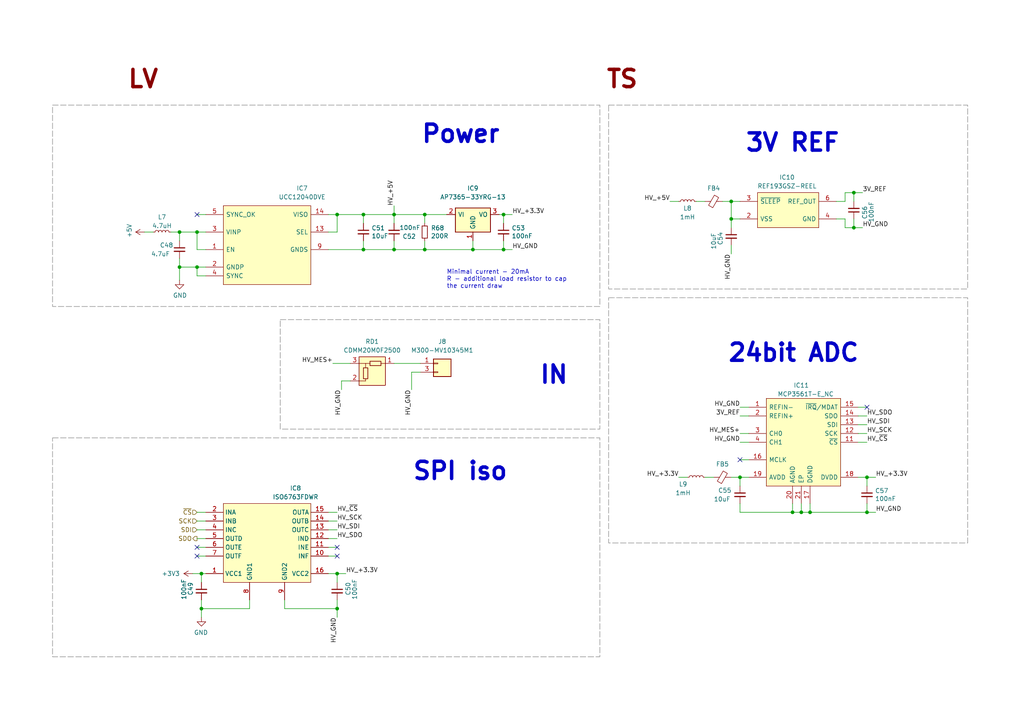
<source format=kicad_sch>
(kicad_sch (version 20231120) (generator "eeschema") (generator_version "8.0")
  (paper "A4")
  (lib_symbols
    (symbol "AP7365-33YRG-13:AP7365-33YRG-13" (pin_names (offset 0.762))
      (property "Reference" "IC" (at 21.59 22.86 0))
      (property "Value" "AP7365-33YRG-13" (at 21.59 20.32 0))
      (symbol "AP7365-33YRG-13_0_1"
        (rectangle (start -5.08 3.175) (end 5.08 -3.81) (stroke (width 0.254)) (fill (type background)))
      )
      (symbol "AP7365-33YRG-13_1_1"
        (pin power_in line (at 0 -6.35 90) (length 2.54) (name "GND") (number "1"))
        (pin power_in line (at -7.62 1.27 0) (length 2.54) (name "VI") (number "2"))
        (pin power_out line (at 7.62 1.27 180) (length 2.54) (name "VO") (number "3"))
      )
    )
    (symbol "CDMM:CDMM2M50D4000DET" (pin_names (offset 0))
      (property "Reference" "RD" (at 0 5.715 0))
      (symbol "CDMM2M50D4000DET_0_1"
        (rectangle (start -2.54 3.175) (end 0.635 1.905) (stroke (width 0.2032)))
        (polyline (pts (xy 1.905 -2.54) (xy 3.81 -2.54)))
        (polyline (pts (xy 1.905 2.54) (xy 3.81 2.54)))
        (polyline (pts (xy 0.635 2.54) (xy 1.905 2.54) (xy 1.905 1.27)))
        (rectangle (start 1.27 1.27) (end 2.54 -1.905) (stroke (width 0.2032)))
      )
      (symbol "CDMM2M50D4000DET_1_1"
        (rectangle (start -3.81 4.445) (end 3.81 -3.81) (stroke (width 0.2032)) (fill (type background)))
        (polyline (pts (xy -2.54 2.54) (xy -3.81 2.54)))
        (polyline (pts (xy 1.905 -1.905) (xy 1.905 -2.54)))
        (pin power_in line (at -6.35 2.54 0) (length 2.54) (name "~") (number "1"))
        (pin power_out line (at 6.35 -2.54 180) (length 2.54) (name "~") (number "2"))
        (pin output line (at 6.35 2.54 180) (length 2.54) (name "~") (number "3"))
      )
    )
    (symbol "Device:C_Small" (pin_numbers hide) (pin_names (offset 0.254) hide)
      (property "Reference" "C" (at 0.254 1.778 0))
      (property "Value" "C_Small" (at 0.254 -2.032 0))
      (symbol "C_Small_0_1"
        (polyline (pts (xy -1.524 -0.508) (xy 1.524 -0.508)) (stroke (width 0.3302)))
        (polyline (pts (xy -1.524 0.508) (xy 1.524 0.508)) (stroke (width 0.3048)))
      )
      (symbol "C_Small_1_1"
        (pin passive line (at 0 2.54 270) (length 2.032) (name "~") (number "1"))
        (pin passive line (at 0 -2.54 90) (length 2.032) (name "~") (number "2"))
      )
    )
    (symbol "Device:Ferrite_Bead_Small" (pin_numbers hide) (pin_names (offset 0))
      (property "Reference" "FB" (at 1.905 1.27 0))
      (property "Value" "Device_Ferrite_Bead_Small" (at 1.905 -1.27 0))
      (symbol "Ferrite_Bead_Small_0_1"
        (polyline (pts (xy 0 -1.27) (xy 0 -0.7874)))
        (polyline (pts (xy 0 0.889) (xy 0 1.2954)))
        (polyline (pts (xy -1.8288 0.2794) (xy -1.1176 1.4986) (xy 1.8288 -0.2032) (xy 1.1176 -1.4224) (xy -1.8288 0.2794)))
      )
      (symbol "Ferrite_Bead_Small_1_1"
        (pin passive line (at 0 2.54 270) (length 1.27) (name "~") (number "1"))
        (pin passive line (at 0 -2.54 90) (length 1.27) (name "~") (number "2"))
      )
    )
    (symbol "Device:L_Small" (pin_numbers hide) (pin_names (offset 0.254) hide)
      (property "Reference" "L" (at 0.762 1.016 0))
      (property "Value" "L_Small" (at 0.762 -1.016 0))
      (symbol "L_Small_0_1"
        (arc (start 0 -2.032) (mid 0.5058 -1.524) (end 0 -1.016))
        (arc (start 0 -1.016) (mid 0.5058 -0.508) (end 0 0))
        (arc (start 0 0) (mid 0.5058 0.508) (end 0 1.016))
        (arc (start 0 1.016) (mid 0.5058 1.524) (end 0 2.032))
      )
      (symbol "L_Small_1_1"
        (pin passive line (at 0 2.54 270) (length 0.508) (name "~") (number "1"))
        (pin passive line (at 0 -2.54 90) (length 0.508) (name "~") (number "2"))
      )
    )
    (symbol "Device:R_Small" (pin_numbers hide) (pin_names (offset 0.254) hide)
      (property "Reference" "R" (at 0.762 0.508 0))
      (property "Value" "R_Small" (at 0.762 -1.016 0))
      (symbol "R_Small_0_1"
        (rectangle (start -0.762 1.778) (end 0.762 -1.778) (stroke (width 0.2032)))
      )
      (symbol "R_Small_1_1"
        (pin passive line (at 0 2.54 270) (length 0.762) (name "~") (number "1"))
        (pin passive line (at 0 -2.54 90) (length 0.762) (name "~") (number "2"))
      )
    )
    (symbol "ISO6763FDWR:ISO6763FDWR"
      (property "Reference" "IC" (at -6.35 16.51 0))
      (property "Value" "ISO6763FDWR" (at -6.35 13.97 0))
      (symbol "ISO6763FDWR_1_1"
        (polyline (pts (xy -12.7 11.43) (xy 12.7 11.43) (xy 12.7 -11.43) (xy -12.7 -11.43) (xy -12.7 11.43)) (stroke (width 0.1524)) (fill (type background)))
        (pin passive line (at -17.78 -8.89 0) (length 5.08) (name "VCC1") (number "1"))
        (pin passive line (at 17.78 -3.81 180) (length 5.08) (name "INF") (number "10"))
        (pin passive line (at 17.78 -1.27 180) (length 5.08) (name "INE") (number "11"))
        (pin passive line (at 17.78 1.27 180) (length 5.08) (name "IND") (number "12"))
        (pin passive line (at 17.78 3.81 180) (length 5.08) (name "OUTC") (number "13"))
        (pin passive line (at 17.78 6.35 180) (length 5.08) (name "OUTB") (number "14"))
        (pin passive line (at 17.78 8.89 180) (length 5.08) (name "OUTA") (number "15"))
        (pin passive line (at 17.78 -8.89 180) (length 5.08) (name "VCC2") (number "16"))
        (pin passive line (at -17.78 8.89 0) (length 5.08) (name "INA") (number "2"))
        (pin passive line (at -17.78 6.35 0) (length 5.08) (name "INB") (number "3"))
        (pin passive line (at -17.78 3.81 0) (length 5.08) (name "INC") (number "4"))
        (pin passive line (at -17.78 1.27 0) (length 5.08) (name "OUTD") (number "5"))
        (pin passive line (at -17.78 -1.27 0) (length 5.08) (name "OUTE") (number "6"))
        (pin passive line (at -17.78 -3.81 0) (length 5.08) (name "OUTF") (number "7"))
        (pin passive line (at -5.08 -16.51 90) (length 5.08) (name "GND1") (number "8"))
        (pin passive line (at 5.08 -16.51 90) (length 5.08) (name "GND2") (number "9"))
      )
    )
    (symbol "M300-MV10345M1:M300-MV10345M1"
      (property "Reference" "J" (at 0 7.62 0))
      (property "Value" "M300-MV10345M1" (at 0 5.08 0))
      (symbol "M300-MV10345M1_1_1"
        (rectangle (start -2.54 -2.54) (end 2.54 2.54) (stroke (width 0.254)) (fill (type background)))
        (rectangle (start -1.27 -1.397) (end -2.54 -1.143) (stroke (width 0.1524)))
        (rectangle (start -1.27 1.143) (end -2.54 1.397) (stroke (width 0.1524)))
        (pin passive line (at -6.35 1.27 0) (length 3.81) (name "") (number "1"))
        (pin passive line (at -6.35 -1.27 0) (length 3.81) (name "") (number "3"))
      )
    )
    (symbol "MCP3561T-E_NC:MCP3561T-E_NC" (pin_names (offset 0.762))
      (property "Reference" "IC2" (at 16.51 8.255 0))
      (property "Value" "MCP3561T-E_NC" (at 1.27 15.24 0))
      (symbol "MCP3561T-E_NC_0_0"
        (pin passive line (at -15.24 11.43 0) (length 5.08) (name "REFIN-") (number "1"))
        (pin passive line (at 16.51 1.27 180) (length 5.08) (name "~{CS}") (number "11"))
        (pin passive line (at 16.51 3.81 180) (length 5.08) (name "SCK") (number "12"))
        (pin passive line (at 16.51 6.35 180) (length 5.08) (name "SDI") (number "13"))
        (pin passive line (at 16.51 8.89 180) (length 5.08) (name "SDO") (number "14"))
        (pin passive line (at 16.51 11.43 180) (length 5.08) (name "~{IRQ}/MDAT") (number "15"))
        (pin passive line (at -15.24 -3.81 0) (length 5.08) (name "MCLK") (number "16"))
        (pin passive line (at 2.54 -16.51 90) (length 5.08) (name "DGND") (number "17"))
        (pin passive line (at 16.51 -8.89 180) (length 5.08) (name "DVDD") (number "18"))
        (pin passive line (at -15.24 -8.89 0) (length 5.08) (name "AVDD") (number "19"))
        (pin passive line (at -15.24 8.89 0) (length 5.08) (name "REFIN+") (number "2"))
        (pin passive line (at -2.54 -16.51 90) (length 5.08) (name "AGND") (number "20"))
        (pin passive line (at 0 -16.51 90) (length 5.08) (name "EP") (number "21"))
        (pin passive line (at -15.24 3.81 0) (length 5.08) (name "CH0") (number "3"))
        (pin passive line (at -15.24 1.27 0) (length 5.08) (name "CH1") (number "4"))
      )
      (symbol "MCP3561T-E_NC_0_1"
        (polyline (pts (xy -10.16 13.97) (xy 11.43 13.97) (xy 11.43 -11.43) (xy -10.16 -11.43) (xy -10.16 13.97)) (stroke (width 0.1524)) (fill (type background)))
      )
    )
    (symbol "REF196GSZ-REEL:REF196GSZ-REEL" (pin_names (offset 0.762))
      (property "Reference" "IC9" (at -0.3175 9.525 0))
      (property "Value" "REF193GSZ-REEL" (at -0.3175 6.985 0))
      (symbol "REF196GSZ-REEL_0_0"
        (pin passive line (at -13.97 -2.54 0) (length 5.08) (name "VSS") (number "2"))
        (pin passive line (at -13.97 2.54 0) (length 5.08) (name "~{SLEEP}") (number "3"))
        (pin passive line (at 13.97 -2.54 180) (length 5.08) (name "GND") (number "4"))
        (pin passive line (at 13.97 2.54 180) (length 5.08) (name "REF_OUT") (number "6"))
      )
      (symbol "REF196GSZ-REEL_0_1"
        (polyline (pts (xy -8.89 5.08) (xy 8.89 5.08) (xy 8.89 -5.08) (xy -8.89 -5.08) (xy -8.89 5.08)) (stroke (width 0.1524)) (fill (type background)))
      )
    )
    (symbol "Samacsys2:UCC12040DVE" (pin_names (offset 0.762))
      (property "Reference" "IC7" (at 10.16 16.51 0))
      (property "Value" "UCC12040DVE" (at 10.16 13.97 0))
      (symbol "UCC12040DVE_0_0"
        (pin passive line (at -17.78 -1.27 0) (length 5.08) (name "EN") (number "1"))
        (pin passive line (at 17.78 3.81 180) (length 5.08) (name "SEL") (number "13"))
        (pin passive line (at 17.78 8.89 180) (length 5.08) (name "VISO") (number "14"))
        (pin passive line (at -17.78 -6.35 0) (length 5.08) (name "GNDP") (number "2"))
        (pin passive line (at -17.78 3.81 0) (length 5.08) (name "VINP") (number "3"))
        (pin passive line (at -17.78 -8.89 0) (length 5.08) (name "SYNC") (number "4"))
        (pin passive line (at -17.78 8.89 0) (length 5.08) (name "SYNC_OK") (number "5"))
      )
      (symbol "UCC12040DVE_1_0"
        (pin passive line (at 17.78 -1.27 180) (length 5.08) hide (name "NCS") (number "10"))
        (pin passive line (at 17.78 -1.27 180) (length 5.08) hide (name "NCS") (number "11"))
        (pin passive line (at 17.78 -1.27 180) (length 5.08) hide (name "NCS") (number "12"))
        (pin passive line (at 17.78 -1.27 180) (length 5.08) hide (name "GNDS") (number "15"))
        (pin passive line (at 17.78 -1.27 180) (length 5.08) hide (name "GNDS") (number "16"))
        (pin passive line (at -17.78 -6.35 0) (length 5.08) hide (name "NC") (number "6"))
        (pin passive line (at -17.78 -6.35 0) (length 5.08) hide (name "NC") (number "7"))
        (pin passive line (at -17.78 -6.35 0) (length 5.08) hide (name "NC") (number "8"))
        (pin passive line (at 17.78 -1.27 180) (length 5.08) (name "GNDS") (number "9"))
      )
      (symbol "UCC12040DVE_1_1"
        (polyline (pts (xy -12.7 11.43) (xy 12.7 11.43) (xy 12.7 -11.43) (xy -12.7 -11.43) (xy -12.7 11.43)) (stroke (width 0.1524)) (fill (type background)))
      )
    )
    (symbol "power:+3.3V" (power) (pin_names (offset 0))
      (property "Value" "+3.3V" (at 0 3.556 0))
      (symbol "+3.3V_0_1"
        (polyline (pts (xy -0.762 1.27) (xy 0 2.54)))
        (polyline (pts (xy 0 0) (xy 0 2.54)))
        (polyline (pts (xy 0 2.54) (xy 0.762 1.27)))
      )
      (symbol "+3.3V_1_1"
        (pin power_in line (at 0 0 90) (length 0) hide (name "+3V3") (number "1"))
      )
    )
    (symbol "power:+5V" (power) (pin_names (offset 0))
      (property "Value" "+5V" (at 0 3.556 0))
      (symbol "+5V_0_1"
        (polyline (pts (xy -0.762 1.27) (xy 0 2.54)))
        (polyline (pts (xy 0 0) (xy 0 2.54)))
        (polyline (pts (xy 0 2.54) (xy 0.762 1.27)))
      )
      (symbol "+5V_1_1"
        (pin power_in line (at 0 0 90) (length 0) hide (name "+5V") (number "1"))
      )
    )
    (symbol "power:GND" (power) (pin_names (offset 0))
      (property "Value" "GND" (at 0 -3.81 0))
      (symbol "GND_0_1"
        (polyline (pts (xy 0 0) (xy 0 -1.27) (xy 1.27 -1.27) (xy 0 -2.54) (xy -1.27 -1.27) (xy 0 -1.27)))
      )
      (symbol "GND_1_1"
        (pin power_in line (at 0 0 270) (length 0) hide (name "GND") (number "1"))
      )
    )
  )
  (junction (at 57.15 67.31))
  (junction (at 146.05 72.39))
  (junction (at 114.3 62.23))
  (junction (at 58.42 166.37))
  (junction (at 247.65 55.88))
  (junction (at 234.95 148.59))
  (junction (at 123.19 72.39))
  (junction (at 212.09 63.5))
  (junction (at 232.41 148.59))
  (junction (at 105.41 72.39))
  (junction (at 114.3 72.39))
  (junction (at 97.79 166.37))
  (junction (at 229.87 148.59))
  (junction (at 97.79 176.53))
  (junction (at 52.07 67.31))
  (junction (at 105.41 62.23))
  (junction (at 251.46 148.59))
  (junction (at 137.16 72.39))
  (junction (at 212.09 58.42))
  (junction (at 146.05 62.23))
  (junction (at 251.46 138.43))
  (junction (at 97.79 62.23))
  (junction (at 58.42 176.53))
  (junction (at 57.15 77.47))
  (junction (at 247.65 66.04))
  (junction (at 123.19 62.23))
  (junction (at 214.63 138.43))
  (junction (at 52.07 77.47))
  (no_connect (at 57.15 62.23))
  (no_connect (at 251.46 118.11))
  (no_connect (at 97.79 158.75))
  (no_connect (at 57.15 161.29))
  (no_connect (at 57.15 158.75))
  (no_connect (at 97.79 161.29))
  (no_connect (at 214.63 133.35))
  (wire (pts (xy 214.63 125.73) (xy 217.17 125.73)))
  (wire (pts (xy 114.3 72.39) (xy 123.19 72.39)))
  (wire (pts (xy 229.87 148.59) (xy 232.41 148.59)))
  (wire (pts (xy 57.15 62.23) (xy 59.69 62.23)))
  (wire (pts (xy 72.39 173.99) (xy 72.39 176.53)))
  (wire (pts (xy 57.15 77.47) (xy 59.69 77.47)))
  (wire (pts (xy 82.55 176.53) (xy 97.79 176.53)))
  (wire (pts (xy 57.15 158.75) (xy 59.69 158.75)))
  (wire (pts (xy 95.25 67.31) (xy 97.79 67.31)))
  (wire (pts (xy 137.16 72.39) (xy 146.05 72.39)))
  (wire (pts (xy 58.42 176.53) (xy 72.39 176.53)))
  (wire (pts (xy 137.16 69.85) (xy 137.16 72.39)))
  (wire (pts (xy 232.41 146.05) (xy 232.41 148.59)))
  (wire (pts (xy 245.11 58.42) (xy 242.57 58.42)))
  (wire (pts (xy 59.69 151.13) (xy 57.15 151.13)))
  (wire (pts (xy 52.07 67.31) (xy 52.07 69.85)))
  (wire (pts (xy 59.69 153.67) (xy 57.15 153.67)))
  (wire (pts (xy 247.65 55.88) (xy 247.65 58.42)))
  (wire (pts (xy 234.95 146.05) (xy 234.95 148.59)))
  (wire (pts (xy 214.63 148.59) (xy 229.87 148.59)))
  (wire (pts (xy 95.25 72.39) (xy 105.41 72.39)))
  (wire (pts (xy 101.6 105.41) (xy 96.52 105.41)))
  (wire (pts (xy 146.05 69.85) (xy 146.05 72.39)))
  (wire (pts (xy 212.09 71.12) (xy 212.09 73.66)))
  (wire (pts (xy 248.92 123.19) (xy 251.46 123.19)))
  (wire (pts (xy 250.19 55.88) (xy 247.65 55.88)))
  (wire (pts (xy 57.15 67.31) (xy 59.69 67.31)))
  (wire (pts (xy 245.11 58.42) (xy 245.11 55.88)))
  (wire (pts (xy 146.05 72.39) (xy 148.59 72.39)))
  (wire (pts (xy 212.09 63.5) (xy 212.09 58.42)))
  (wire (pts (xy 97.79 166.37) (xy 97.79 168.91)))
  (wire (pts (xy 123.19 72.39) (xy 137.16 72.39)))
  (wire (pts (xy 212.09 58.42) (xy 214.63 58.42)))
  (wire (pts (xy 212.09 138.43) (xy 214.63 138.43)))
  (wire (pts (xy 229.87 146.05) (xy 229.87 148.59)))
  (wire (pts (xy 58.42 166.37) (xy 58.42 168.91)))
  (wire (pts (xy 245.11 63.5) (xy 245.11 66.04)))
  (wire (pts (xy 214.63 138.43) (xy 217.17 138.43)))
  (wire (pts (xy 97.79 173.99) (xy 97.79 176.53)))
  (wire (pts (xy 97.79 151.13) (xy 95.25 151.13)))
  (wire (pts (xy 99.06 110.49) (xy 99.06 113.03)))
  (wire (pts (xy 254 148.59) (xy 251.46 148.59)))
  (wire (pts (xy 146.05 64.77) (xy 146.05 62.23)))
  (wire (pts (xy 82.55 173.99) (xy 82.55 176.53)))
  (wire (pts (xy 144.78 62.23) (xy 146.05 62.23)))
  (wire (pts (xy 49.53 67.31) (xy 52.07 67.31)))
  (wire (pts (xy 114.3 59.69) (xy 114.3 62.23)))
  (wire (pts (xy 234.95 148.59) (xy 251.46 148.59)))
  (wire (pts (xy 95.25 158.75) (xy 97.79 158.75)))
  (wire (pts (xy 251.46 138.43) (xy 254 138.43)))
  (wire (pts (xy 212.09 63.5) (xy 212.09 66.04)))
  (wire (pts (xy 204.47 138.43) (xy 207.01 138.43)))
  (wire (pts (xy 52.07 77.47) (xy 52.07 74.93)))
  (wire (pts (xy 146.05 62.23) (xy 148.59 62.23)))
  (wire (pts (xy 52.07 77.47) (xy 57.15 77.47)))
  (wire (pts (xy 114.3 62.23) (xy 123.19 62.23)))
  (wire (pts (xy 251.46 146.05) (xy 251.46 148.59)))
  (wire (pts (xy 248.92 118.11) (xy 251.46 118.11)))
  (wire (pts (xy 59.69 166.37) (xy 58.42 166.37)))
  (wire (pts (xy 105.41 72.39) (xy 114.3 72.39)))
  (wire (pts (xy 209.55 58.42) (xy 212.09 58.42)))
  (wire (pts (xy 105.41 62.23) (xy 105.41 64.77)))
  (wire (pts (xy 52.07 67.31) (xy 57.15 67.31)))
  (wire (pts (xy 214.63 63.5) (xy 212.09 63.5)))
  (wire (pts (xy 97.79 153.67) (xy 95.25 153.67)))
  (wire (pts (xy 57.15 80.01) (xy 57.15 77.47)))
  (wire (pts (xy 123.19 62.23) (xy 129.54 62.23)))
  (wire (pts (xy 123.19 69.85) (xy 123.19 72.39)))
  (wire (pts (xy 57.15 156.21) (xy 59.69 156.21)))
  (wire (pts (xy 194.31 58.42) (xy 196.85 58.42)))
  (wire (pts (xy 217.17 120.65) (xy 214.63 120.65)))
  (wire (pts (xy 248.92 128.27) (xy 251.46 128.27)))
  (wire (pts (xy 95.25 156.21) (xy 97.79 156.21)))
  (wire (pts (xy 57.15 161.29) (xy 59.69 161.29)))
  (wire (pts (xy 105.41 69.85) (xy 105.41 72.39)))
  (wire (pts (xy 55.88 166.37) (xy 58.42 166.37)))
  (wire (pts (xy 114.3 69.85) (xy 114.3 72.39)))
  (wire (pts (xy 214.63 146.05) (xy 214.63 148.59)))
  (wire (pts (xy 248.92 138.43) (xy 251.46 138.43)))
  (wire (pts (xy 250.19 66.04) (xy 247.65 66.04)))
  (wire (pts (xy 247.65 63.5) (xy 247.65 66.04)))
  (wire (pts (xy 245.11 55.88) (xy 247.65 55.88)))
  (wire (pts (xy 97.79 67.31) (xy 97.79 62.23)))
  (wire (pts (xy 232.41 148.59) (xy 234.95 148.59)))
  (wire (pts (xy 97.79 166.37) (xy 100.33 166.37)))
  (wire (pts (xy 201.93 58.42) (xy 204.47 58.42)))
  (wire (pts (xy 114.3 105.41) (xy 121.92 105.41)))
  (wire (pts (xy 97.79 62.23) (xy 105.41 62.23)))
  (wire (pts (xy 196.85 138.43) (xy 199.39 138.43)))
  (wire (pts (xy 121.92 107.95) (xy 119.38 107.95)))
  (wire (pts (xy 59.69 148.59) (xy 57.15 148.59)))
  (wire (pts (xy 59.69 80.01) (xy 57.15 80.01)))
  (wire (pts (xy 97.79 62.23) (xy 95.25 62.23)))
  (wire (pts (xy 217.17 118.11) (xy 214.63 118.11)))
  (wire (pts (xy 105.41 62.23) (xy 114.3 62.23)))
  (wire (pts (xy 248.92 120.65) (xy 251.46 120.65)))
  (wire (pts (xy 214.63 133.35) (xy 217.17 133.35)))
  (wire (pts (xy 245.11 66.04) (xy 247.65 66.04)))
  (wire (pts (xy 214.63 128.27) (xy 217.17 128.27)))
  (wire (pts (xy 248.92 125.73) (xy 251.46 125.73)))
  (wire (pts (xy 95.25 161.29) (xy 97.79 161.29)))
  (wire (pts (xy 58.42 176.53) (xy 58.42 179.07)))
  (wire (pts (xy 97.79 166.37) (xy 95.25 166.37)))
  (wire (pts (xy 52.07 77.47) (xy 52.07 81.28)))
  (wire (pts (xy 251.46 138.43) (xy 251.46 140.97)))
  (wire (pts (xy 123.19 62.23) (xy 123.19 64.77)))
  (wire (pts (xy 214.63 138.43) (xy 214.63 140.97)))
  (wire (pts (xy 58.42 173.99) (xy 58.42 176.53)))
  (wire (pts (xy 99.06 110.49) (xy 101.6 110.49)))
  (wire (pts (xy 97.79 176.53) (xy 97.79 179.07)))
  (wire (pts (xy 41.91 67.31) (xy 44.45 67.31)))
  (wire (pts (xy 119.38 107.95) (xy 119.38 113.03)))
  (wire (pts (xy 97.79 148.59) (xy 95.25 148.59)))
  (wire (pts (xy 114.3 62.23) (xy 114.3 64.77)))
  (wire (pts (xy 59.69 72.39) (xy 57.15 72.39)))
  (wire (pts (xy 57.15 72.39) (xy 57.15 67.31)))
  (wire (pts (xy 242.57 63.5) (xy 245.11 63.5)))
  (rectangle (start 81.28 92.71) (end 173.99 124.46) (stroke (width 0) (type dash) (color 132 132 132 1)))
  (rectangle (start 176.53 30.48) (end 280.67 83.82) (stroke (width 0) (type dash) (color 132 132 132 1)))
  (rectangle (start 15.24 127) (end 173.99 190.5) (stroke (width 0) (type dash) (color 132 132 132 1)))
  (rectangle (start 176.53 86.36) (end 280.67 157.48) (stroke (width 0) (type dash) (color 132 132 132 1)))
  (rectangle (start 15.24 30.48) (end 173.99 88.9) (stroke (width 0) (type dash) (color 132 132 132 1)))
  (text "SPI iso\n" (at 119.38 139.7 0) (effects (font (size 5 5) (thickness 1) (bold yes)) (justify left bottom)))
  (text "3V REF" (at 215.9 44.45 0) (effects (font (size 5 5) (thickness 1) (bold yes)) (justify left bottom)))
  (text "LV" (at 46.355 26.035 0) (effects (font (size 5 5) (thickness 1) (bold yes)) (justify right bottom)))
  (text "IN" (at 156.21 111.76 0) (effects (font (size 5 5) (thickness 1) (bold yes)) (justify left bottom)))
  (text "Power\n" (at 121.92 41.91 0) (effects (font (size 5 5) (thickness 1) (bold yes)) (justify left bottom)))
  (text "24bit ADC" (at 210.82 105.41 0) (effects (font (size 5 5) (thickness 1) (bold yes)) (justify left bottom)))
  (text "Minimal current - 20mA\nR - additional load resistor to cap\nthe current draw" (at 129.54 83.82 0) (effects (font (size 1.27 1.27)) (justify left bottom)))
  (text "TS" (at 185.42 26.035 0) (effects (font (size 5 5) (thickness 1) (bold yes)) (justify right bottom)))
  (label "HV_MES+" (at 214.63 125.73 180))
  (label "HV_MES+" (at 96.52 105.41 180))
  (label "HV_GND" (at 148.59 72.39 0))
  (label "HV_GND" (at 119.38 113.03 270))
  (label "HV_GND" (at 214.63 128.27 180))
  (label "HV_GND" (at 97.79 179.07 270))
  (label "HV_~{CS}" (at 251.46 128.27 0))
  (label "HV_+3.3V" (at 196.85 138.43 180))
  (label "HV_+5V" (at 114.3 59.69 90))
  (label "HV_GND" (at 212.09 73.66 270))
  (label "HV_+3.3V" (at 254 138.43 0))
  (label "3V_REF" (at 250.19 55.88 0))
  (label "HV_+3.3V" (at 100.33 166.37 0))
  (label "HV_SDI" (at 97.79 153.67 0))
  (label "HV_GND" (at 214.63 118.11 180))
  (label "HV_~{CS}" (at 97.79 148.59 0))
  (label "HV_SDO" (at 251.46 120.65 0))
  (label "3V_REF" (at 214.63 120.65 180))
  (label "HV_SCK" (at 97.79 151.13 0))
  (label "HV_SCK" (at 251.46 125.73 0))
  (label "HV_GND" (at 254 148.59 0))
  (label "HV_GND" (at 250.19 66.04 0))
  (label "HV_SDI" (at 251.46 123.19 0))
  (label "HV_+5V" (at 194.31 58.42 180))
  (label "HV_GND" (at 99.06 113.03 270))
  (label "HV_SDO" (at 97.79 156.21 0))
  (label "HV_+3.3V" (at 148.59 62.23 0))
  (hierarchical_label "SCK" (shape input) (at 57.15 151.13 180))
  (hierarchical_label "~{CS}" (shape input) (at 57.15 148.59 180))
  (hierarchical_label "SDI" (shape input) (at 57.15 153.67 180))
  (hierarchical_label "SDO" (shape output) (at 57.15 156.21 180))
  (symbol (lib_id "Device:R_Small") (at 123.19 67.31 180) (unit 1)
    (property "Reference" "R68" (at 124.968 66.1416 0) (effects (justify right)))
    (property "Value" "200R" (at 124.968 68.453 0) (effects (justify right)))
    (property "Footprint" "Resistor_SMD:R_0603_1608Metric" (effects (hide yes)))
    (property "Manufacturer_Name" "--" (effects (hide yes)))
    (property "Manufacturer_Part_Number" "--" (effects (hide yes)))
  )
  (symbol (lib_id "power:GND") (at 58.42 179.07 0) (mirror y) (unit 1)
    (property "Reference" "#PWR0131" (effects (hide yes)))
    (property "Value" "GND" (at 58.293 183.4642 0))
  )
  (symbol (lib_id "power:GND") (at 52.07 81.28 0) (unit 1)
    (property "Reference" "#PWR0129" (effects (hide yes)))
    (property "Value" "GND" (at 52.197 85.6742 0))
  )
  (symbol (lib_id "Device:C_Small") (at 214.63 143.51 0) (unit 1)
    (property "Reference" "C55" (at 208.28 142.24 0) (effects (justify left)))
    (property "Value" "10uF" (at 207.01 144.78 0) (effects (justify left)))
    (property "Footprint" "Capacitor_SMD:C_0603_1608Metric" (effects (hide yes)))
    (property "Manufacturer_Name" "--" (effects (hide yes)))
    (property "Manufacturer_Part_Number" "--" (effects (hide yes)))
  )
  (symbol (lib_id "Device:C_Small") (at 97.79 171.45 0) (mirror y) (unit 1)
    (property "Reference" "C50" (at 100.965 172.72 90) (effects (justify left)))
    (property "Value" "100nF" (at 102.87 173.99 90) (effects (justify left)))
    (property "Footprint" "Capacitor_SMD:C_0603_1608Metric" (effects (hide yes)))
    (property "Manufacturer_Name" "--" (effects (hide yes)))
    (property "Manufacturer_Part_Number" "--" (effects (hide yes)))
  )
  (symbol (lib_id "Device:L_Small") (at 201.93 138.43 90) (unit 1)
    (property "Reference" "L9" (at 198.12 139.7 90) (effects (justify bottom)))
    (property "Value" "1mH" (at 198.12 142.24 90) (effects (justify bottom)))
    (property "Footprint" "Inductor_SMD:L_1206_3216Metric" (effects (hide yes)))
    (property "Manufacturer_Part_Number" "LB3218T102K" (effects (hide yes)))
    (property "Mouser Part Number" "963-LB3218T102K" (effects (hide yes)))
    (property "Mouser Price/Stock" "https://www.mouser.pl/ProductDetail/TAIYO-YUDEN/LB3218T102K?qs=I6KAKw0tg2xz0leHHx%252BE%252BA%3D%3D" (effects (hide yes)))
  )
  (symbol (lib_id "CDMM:CDMM2M50D4000DET") (at 107.95 107.95 0) (mirror y) (unit 1)
    (property "Reference" "RD1" (at 107.95 99.06 0))
    (property "Value" "CDMM20M0F2500" (at 107.95 101.6 0))
    (property "Footprint" "CDMM:CDMM" (effects (hide yes)))
    (property "Datasheet" "https://www.vishay.com/docs/68041/cdmm.pdf" (effects (hide yes)))
    (property "Mouser Url" "https://www.mouser.pl/ProductDetail/Vishay-Techno/CDMM20M0F2500DET?qs=pUKx8fyJudDtrYAwlAh%252BkQ%3D%3D" (effects (hide yes)))
    (property "Manufacturer_Part_Number" "CDMM20M0F2500DET" (effects (hide yes)))
    (property "Mouser Part Number" "71-CDMM20M0F2500DET" (effects (hide yes)))
    (property "Mouser Price/Stock" "https://www.mouser.pl/ProductDetail/Vishay-Techno/CDMM20M0F2500DET?qs=pUKx8fyJudDtrYAwlAh%252BkQ%3D%3D" (effects (hide yes)))
  )
  (symbol (lib_id "M300-MV10345M1:M300-MV10345M1") (at 128.27 106.68 0) (unit 1)
    (property "Reference" "J8" (at 128.27 99.06 0))
    (property "Value" "M300-MV10345M1" (at 128.27 101.6 0))
    (property "Footprint" "M300MV10345M1" (effects (hide yes)))
    (property "Datasheet" "https://cdn.harwin.com/pdfs/M300-MV10345M1.pdf" (effects (hide yes)))
    (property "Height" "7" (effects (hide yes)))
    (property "Manufacturer_Name" "Harwin" (effects (hide yes)))
    (property "Manufacturer_Part_Number" "M300-MV10345M1" (effects (hide yes)))
    (property "Mouser Part Number" "855-M300-MV10345M1" (effects (hide yes)))
    (property "Mouser Price/Stock" "https://www.mouser.co.uk/ProductDetail/Harwin/M300-MV10345M1?qs=QkPn6D1Vh3i6f7zpJZvlHw%3D%3D" (effects (hide yes)))
  )
  (symbol (lib_id "power:+3.3V") (at 55.88 166.37 90) (mirror x) (unit 1)
    (property "Reference" "#PWR0130" (effects (hide yes)))
    (property "Value" "+3V3" (at 49.53 166.37 90))
  )
  (symbol (lib_id "Samacsys2:UCC12040DVE") (at 77.47 71.12 0) (unit 1)
    (property "Reference" "IC7" (at 87.63 54.61 0))
    (property "Value" "UCC12040DVE" (at 87.63 57.15 0))
    (property "Footprint" "Package_SO:SOIC-16W_7.5x10.3mm_P1.27mm" (effects (hide yes)))
    (property "Datasheet" "https://www.ti.com/lit/gpn/UCC12040" (effects (hide yes)))
    (property "Description" "Isolated DC/DC Converters 500mW, high efficiency 3kVrms isolated DC-DC converter 16-SO-MOD -40 to 125" (effects (hide yes)))
    (property "Height" "2.65" (effects (hide yes)))
    (property "Mouser Part Number" "595-UCC12040DVE" (effects (hide yes)))
    (property "Mouser Price/Stock" "https://www.mouser.co.uk/ProductDetail/Texas-Instruments/UCC12040DVE?qs=xZ%2FP%252Ba9zWqaWnn41WPN4Eg%3D%3D" (effects (hide yes)))
    (property "Manufacturer_Name" "Texas Instruments" (effects (hide yes)))
    (property "Manufacturer_Part_Number" "UCC12040DVE" (effects (hide yes)))
  )
  (symbol (lib_id "ISO6763FDWR:ISO6763FDWR") (at 77.47 157.48 0) (unit 1)
    (property "Reference" "IC8" (at 85.725 141.605 0))
    (property "Value" "ISO6763FDWR" (at 85.725 144.145 0))
    (property "Footprint" "Package_SO:SOIC-16W_7.5x10.3mm_P1.27mm" (effects (hide yes)))
    (property "Datasheet" "https://www.ti.com/lit/ds/symlink/iso6763.pdf?ts=1676257834281&ref_url=https%253A%252F%252Fwww.google.com%252F" (effects (hide yes)))
    (property "Height" "2.65" (effects (hide yes)))
    (property "Mouser Part Number" "595-ISO6763FDWR" (effects (hide yes)))
    (property "Mouser Price/Stock" "https://www.mouser.co.uk/ProductDetail/Texas-Instruments/ISO6763FDWR?qs=A6eO%252BMLsxmSIQuAoxVaSmg%3D%3D" (effects (hide yes)))
    (property "Manufacturer_Name" "Texas Instruments" (effects (hide yes)))
    (property "Manufacturer_Part_Number" "ISO6763FDWR" (effects (hide yes)))
  )
  (symbol (lib_id "Device:C_Small") (at 58.42 171.45 0) (mirror y) (unit 1)
    (property "Reference" "C49" (at 55.245 172.72 90) (effects (justify left)))
    (property "Value" "100nF" (at 53.34 173.99 90) (effects (justify left)))
    (property "Footprint" "Capacitor_SMD:C_0603_1608Metric" (effects (hide yes)))
    (property "Manufacturer_Name" "--" (effects (hide yes)))
    (property "Manufacturer_Part_Number" "--" (effects (hide yes)))
  )
  (symbol (lib_id "Device:Ferrite_Bead_Small") (at 207.01 58.42 90) (unit 1)
    (property "Reference" "FB4" (at 207.01 54.61 90))
    (property "Value" "GZ1608D601TF" (effects (hide yes)))
    (property "Footprint" "Inductor_SMD:L_0603_1608Metric" (effects (hide yes)))
    (property "Manufacturer_Part_Number" "--" (effects (hide yes)))
  )
  (symbol (lib_id "Device:L_Small") (at 199.39 58.42 90) (unit 1)
    (property "Reference" "L8" (at 199.39 59.69 90) (effects (justify bottom)))
    (property "Value" "1mH" (at 199.39 62.23 90) (effects (justify bottom)))
    (property "Footprint" "Inductor_SMD:L_1206_3216Metric" (effects (hide yes)))
    (property "Manufacturer_Part_Number" "LB3218T102K" (effects (hide yes)))
    (property "Mouser Part Number" "963-LB3218T102K" (effects (hide yes)))
    (property "Mouser Price/Stock" "https://www.mouser.pl/ProductDetail/TAIYO-YUDEN/LB3218T102K?qs=I6KAKw0tg2xz0leHHx%252BE%252BA%3D%3D" (effects (hide yes)))
  )
  (symbol (lib_id "Device:C_Small") (at 146.05 67.31 0) (unit 1)
    (property "Reference" "C53" (at 148.3868 66.1416 0) (effects (justify left)))
    (property "Value" "100nF" (at 148.3868 68.453 0) (effects (justify left)))
    (property "Footprint" "Capacitor_SMD:C_0603_1608Metric" (effects (hide yes)))
    (property "Manufacturer_Name" "--" (effects (hide yes)))
    (property "Manufacturer_Part_Number" "--" (effects (hide yes)))
  )
  (symbol (lib_id "Device:L_Small") (at 46.99 67.31 90) (unit 1)
    (property "Reference" "L7" (at 46.99 62.23 90) (effects (justify bottom)))
    (property "Value" "4.7uH" (at 46.99 64.77 90) (effects (justify bottom)))
    (property "Footprint" "Inductor_SMD:L_1206_3216Metric" (effects (hide yes)))
    (property "Manufacturer_Part_Number" "LQM31PN4R7M00L" (effects (hide yes)))
    (property "Mouser Part Number" "81-LQM31PN4R7M00L" (effects (hide yes)))
    (property "Mouser Price/Stock" "https://www.mouser.pl/ProductDetail/Murata-Electronics/LQM31PN4R7M00L?qs=%2F%252BYoplLUB5ijpQp630h8dg%3D%3D" (effects (hide yes)))
  )
  (symbol (lib_id "Device:C_Small") (at 114.3 67.31 180) (unit 1)
    (property "Reference" "C52" (at 120.65 68.58 0) (effects (justify left)))
    (property "Value" "100nF" (at 121.92 66.04 0) (effects (justify left)))
    (property "Footprint" "Capacitor_SMD:C_0603_1608Metric" (effects (hide yes)))
    (property "Manufacturer_Name" "--" (effects (hide yes)))
    (property "Manufacturer_Part_Number" "--" (effects (hide yes)))
  )
  (symbol (lib_id "REF196GSZ-REEL:REF196GSZ-REEL") (at 228.6 60.96 0) (unit 1)
    (property "Reference" "IC10" (at 228.2825 51.435 0))
    (property "Value" "REF193GSZ-REEL" (at 228.2825 53.975 0))
    (property "Footprint" "MCP1501-10E_SN:SOIC127P600X175-8N" (effects (hide yes)))
    (property "Datasheet" "https://www.analog.com/media/en/technical-documentation/data-sheets/ref19xseries.pdf" (effects (hide yes)))
    (property "Description" "Voltage References 3.3V +/-0.3% 25ppm/C SOIC-8_150mil RoHS" (effects (hide yes)))
    (property "Height" "1.75" (effects (hide yes)))
    (property "Mouser Part Number" "584-REF196GSZ-R" (effects (hide yes)))
    (property "Mouser Price/Stock" "https://www.mouser.co.uk/ProductDetail/Analog-Devices/REF196GSZ-REEL?qs=WIvQP4zGangGUZRw9jEhfQ%3D%3D" (effects (hide yes)))
    (property "Manufacturer_Name" "Analog Devices" (effects (hide yes)))
    (property "Manufacturer_Part_Number" "REF196GSZ-REEL" (effects (hide yes)))
  )
  (symbol (lib_id "power:+5V") (at 41.91 67.31 90) (unit 1)
    (property "Reference" "#PWR0117" (effects (hide yes)))
    (property "Value" "+5V" (at 37.5158 66.929 0))
  )
  (symbol (lib_id "Device:Ferrite_Bead_Small") (at 209.55 138.43 90) (unit 1)
    (property "Reference" "FB5" (at 209.55 134.62 90))
    (property "Value" "GZ1608D601TF" (effects (hide yes)))
    (property "Footprint" "Inductor_SMD:L_0603_1608Metric" (effects (hide yes)))
    (property "Manufacturer_Part_Number" "--" (effects (hide yes)))
  )
  (symbol (lib_id "Device:C_Small") (at 251.46 143.51 0) (unit 1)
    (property "Reference" "C57" (at 253.7968 142.3416 0) (effects (justify left)))
    (property "Value" "100nF" (at 253.7968 144.653 0) (effects (justify left)))
    (property "Footprint" "Capacitor_SMD:C_0603_1608Metric" (effects (hide yes)))
    (property "Manufacturer_Name" "--" (effects (hide yes)))
    (property "Manufacturer_Part_Number" "--" (effects (hide yes)))
  )
  (symbol (lib_id "Device:C_Small") (at 52.07 72.39 0) (unit 1)
    (property "Reference" "C48" (at 46.355 71.12 0) (effects (justify left)))
    (property "Value" "4.7uF" (at 43.815 73.66 0) (effects (justify left)))
    (property "Footprint" "Capacitor_SMD:C_0603_1608Metric" (effects (hide yes)))
    (property "Manufacturer_Name" "--" (effects (hide yes)))
    (property "Manufacturer_Part_Number" "--" (effects (hide yes)))
  )
  (symbol (lib_id "Device:C_Small") (at 105.41 67.31 0) (unit 1)
    (property "Reference" "C51" (at 107.7468 66.1416 0) (effects (justify left)))
    (property "Value" "10uF" (at 107.7468 68.453 0) (effects (justify left)))
    (property "Footprint" "Capacitor_SMD:C_0603_1608Metric" (effects (hide yes)))
    (property "Manufacturer_Name" "--" (effects (hide yes)))
    (property "Manufacturer_Part_Number" "--" (effects (hide yes)))
  )
  (symbol (lib_id "Device:C_Small") (at 247.65 60.96 180) (unit 1)
    (property "Reference" "C56" (at 250.825 59.69 90) (effects (justify left)))
    (property "Value" "100nF" (at 252.73 58.42 90) (effects (justify left)))
    (property "Footprint" "Capacitor_SMD:C_0603_1608Metric" (effects (hide yes)))
    (property "Manufacturer_Name" "--" (effects (hide yes)))
    (property "Manufacturer_Part_Number" "--" (effects (hide yes)))
  )
  (symbol (lib_id "AP7365-33YRG-13:AP7365-33YRG-13") (at 137.16 63.5 0) (unit 1)
    (property "Reference" "IC9" (at 137.16 54.61 0))
    (property "Value" "AP7365-33YRG-13" (at 137.16 57.15 0))
    (property "Footprint" "AP7365-33YRG-13:AP736533YRG13" (effects (hide yes)))
    (property "Datasheet" "https://componentsearchengine.com//AP7365-33YRG-13.pdf" (effects (hide yes)))
    (property "Description" "LDO Voltage Regulators LDO 3.3V OUT 600mA 35uA 2 to 6 Vin" (effects (hide yes)))
    (property "Height" "1.6" (effects (hide yes)))
    (property "Mouser Part Number" "621-AP7365-33YRG-13" (effects (hide yes)))
    (property "Mouser Price/Stock" "https://www.mouser.co.uk/ProductDetail/Diodes-Incorporated/AP7365-33YRG-13?qs=abZ1nkZpTuM6iU77d8ddPA%3D%3D" (effects (hide yes)))
    (property "Manufacturer_Name" "Diodes Inc." (effects (hide yes)))
    (property "Manufacturer_Part_Number" "AP7365-33YRG-13" (effects (hide yes)))
  )
  (symbol (lib_id "Device:C_Small") (at 212.09 68.58 0) (unit 1)
    (property "Reference" "C54" (at 208.915 71.12 90) (effects (justify left)))
    (property "Value" "10uF" (at 207.01 72.39 90) (effects (justify left)))
    (property "Footprint" "Capacitor_SMD:C_0603_1608Metric" (effects (hide yes)))
    (property "Manufacturer_Name" "--" (effects (hide yes)))
    (property "Manufacturer_Part_Number" "--" (effects (hide yes)))
  )
  (symbol (lib_id "MCP3561T-E_NC:MCP3561T-E_NC") (at 232.41 129.54 0) (unit 1)
    (property "Reference" "IC11" (at 232.41 111.76 0))
    (property "Value" "MCP3561T-E_NC" (at 233.68 114.3 0))
    (property "Footprint" "MCP3561T-E_NC:QFN40P300X300X60-21N-D" (effects (hide yes)))
    (property "Datasheet" "https://datasheet.datasheetarchive.com/originals/distributors/Datasheets_SAMA/646fae8424875fba0969789156177595.pdf" (effects (hide yes)))
    (property "Description" "Microchip Technology, MCP3561T-E/NC" (effects (hide yes)))
    (property "Height" "0.6" (effects (hide yes)))
    (property "Mouser Part Number" "579-MCP3561T-E/NC" (effects (hide yes)))
    (property "Mouser Price/Stock" "https://www.mouser.co.uk/ProductDetail/Microchip-Technology-Atmel/MCP3561T-E-NC?qs=byeeYqUIh0P4vtCN8cJ2aw%3D%3D" (effects (hide yes)))
    (property "Manufacturer_Name" "Microchip" (effects (hide yes)))
    (property "Manufacturer_Part_Number" "MCP3561T-E/NC" (effects (hide yes)))
  )
)
</source>
